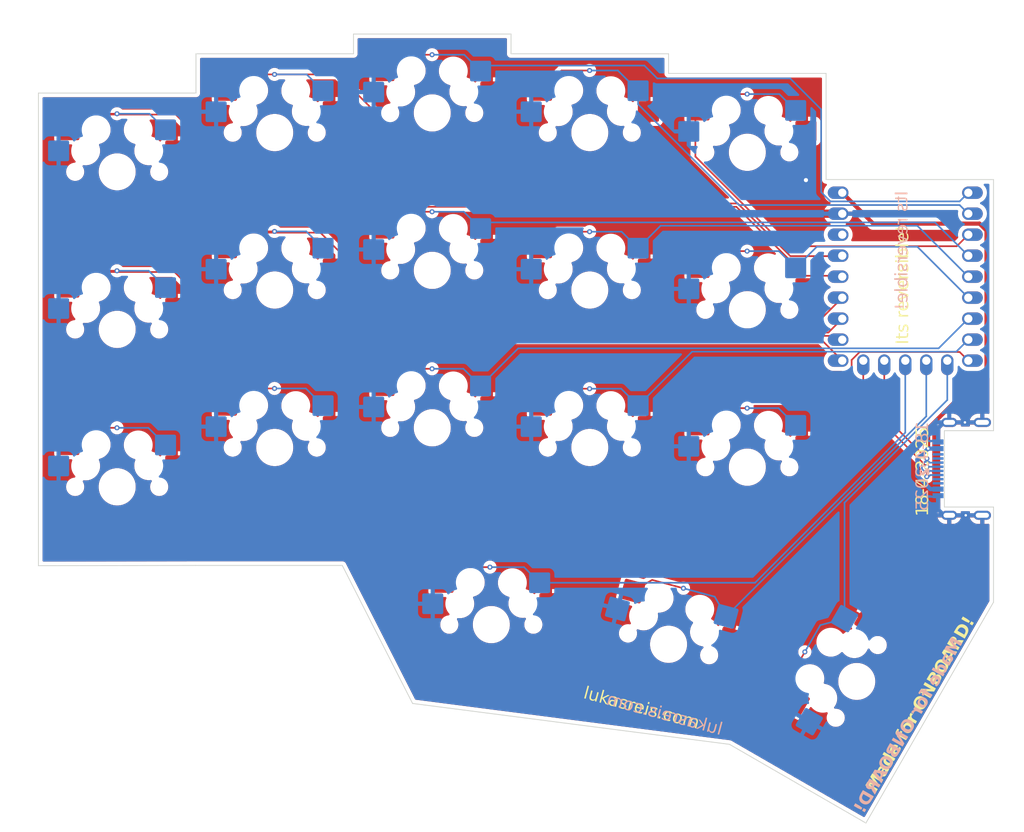
<source format=kicad_pcb>
(kicad_pcb (version 20241229) (generator "pcbnew") (generator_version "9.0")
  (title_block (title "Split Keyboard") (date "2025-03-27") (rev "1"))
  (layers (0 "F.Cu" signal) (2 "B.Cu" signal) (13 "F.Paste" user) (15 "B.Paste" user) (5 "F.SilkS" user "F.Silkscreen") (7 "B.SilkS" user "B.Silkscreen") (1 "F.Mask" user) (3 "B.Mask" user) (25 "Edge.Cuts" user))
  (net 0 "")
  (net 1 "+5V")
  (net 2 "GND")
  (net 5 "/key 1")
  (net 6 "/key 2")
  (net 7 "/key 3")
  (net 8 "/key 4")
  (net 9 "/key 5")
  (net 10 "/key 6")
  (net 11 "/key 7")
  (net 12 "/key 8")
  (net 13 "/key 9")
  (net 14 "/key 10")
  (net 15 "/key 11")
  (net 16 "/key 12")
  (net 17 "/key 13")
  (net 18 "/key 14")
  (net 19 "/key 15")
  (net 20 "/key 16")
  (net 21 "/key 17")
  (net 22 "/key 18")
  (net 26 "/Left{slash}TX")
  (net 27 "/Left{slash}RX")
  (footprint "MX_Hotswap:MX-Hotswap-1U" (layer "F.Cu") (at 152.858705 131.888621)
    (property "Reference" "SW16-2")
    (property "Value" "SW_Push_45deg")
  )
  (footprint "MX_Hotswap:MX-Hotswap-1U" (layer "F.Cu") (at 107.614953 77.119869)
    (property "Reference" "SW1-2")
    (property "Value" "SW_Push_45deg")
  )
  (footprint "MX_Hotswap:MX-Hotswap-1U" (layer "F.Cu") (at 145.714953 69.976119)
    (property "Reference" "SW3-2")
    (property "Value" "SW_Push_45deg")
  )
  (footprint "MX_Hotswap:MX-Hotswap-1U" (layer "F.Cu") (at 183.81495 112.838624)
    (property "Reference" "SW15-2")
    (property "Value" "SW_Push_45deg")
  )
  (footprint "MX_Hotswap:MX-Hotswap-1U" (layer "F.Cu") (at 164.764946 110.457374)
    (property "Reference" "SW14-2")
    (property "Value" "SW_Push_45deg")
  )
  (footprint "MX_Hotswap:MX-Hotswap-1U" (layer "F.Cu") (at 107.614952 96.169875)
    (property "Reference" "SW6-2")
    (property "Value" "SW_Push_45deg")
  )
  (footprint "MX_Hotswap:MX-Hotswap-1U" (layer "F.Cu") (at 183.814944 93.788621)
    (property "Reference" "SW10-2")
    (property "Value" "SW_Push_45deg")
  )
  (footprint "MX_Hotswap:MX-Hotswap-1U" (layer "F.Cu") (at 126.664946 72.357363)
    (property "Reference" "SW2-2")
    (property "Value" "SW_Push_45deg")
  )
  (footprint "MX_Hotswap:MX-Hotswap-1U" (layer "F.Cu") (at 174.289944 134.269869 -15)
    (property "Reference" "SW17-2")
    (property "Value" "SW_Push_45deg")
  )
  (footprint "MX_Hotswap:MX-Hotswap-1U" (layer "F.Cu") (at 164.764945 72.357374)
    (property "Reference" "SW4-2")
    (property "Value" "SW_Push_45deg")
  )
  (footprint "MX_Hotswap:MX-Hotswap-1U" (layer "F.Cu") (at 126.664938 91.407376)
    (property "Reference" "SW7-2")
    (property "Value" "SW_Push_45deg")
  )
  (footprint "MX_Hotswap:MX-Hotswap-1U" (layer "F.Cu") (at 107.614949 115.219872)
    (property "Reference" "SW11-2")
    (property "Value" "SW_Push_45deg")
  )
  (footprint "ScottoKeebs_MCU:RP2040_Zero" (layer "F.Cu") (at 202.914349 89.807313)
    (property "Reference" "U1" (hide yes))
    (property "Value" "RP2040_Zero" (hide yes))
  )
  (footprint "MX_Hotswap:MX-Hotswap-1U" (layer "F.Cu") (at 145.714943 89.026122)
    (property "Reference" "SW8-2")
    (property "Value" "SW_Push_45deg")
  )
  (footprint "MX_Hotswap:MX-Hotswap-1.5U" (layer "F.Cu") (at 197.046747 138.780418 60)
    (property "Reference" "SW18-2")
    (property "Value" "SW_Push_45deg")
  )
  (footprint "MX_Hotswap:MX-Hotswap-1U" (layer "F.Cu") (at 183.814949 74.738623)
    (property "Reference" "SW5-2")
    (property "Value" "SW_Push_45deg")
  )
  (footprint "MX_Hotswap:MX-Hotswap-1U" (layer "F.Cu") (at 126.664947 110.457365)
    (property "Reference" "SW12-2")
    (property "Value" "SW_Push_45deg")
  )
  (footprint "MX_Hotswap:MX-Hotswap-1U" (layer "F.Cu") (at 164.764946 91.407366)
    (property "Reference" "SW9-2")
    (property "Value" "SW_Push_45deg")
  )
  (footprint "MX_Hotswap:MX-Hotswap-1U" (layer "F.Cu") (at 145.714938 108.076116)
    (property "Reference" "SW13-2")
    (property "Value" "SW_Push_45deg")
  )
  (footprint "MX_Hotswap:MX-Hotswap-1U" (layer "B.Cu") (at 107.614953 77.119869 180)
    (property "Reference" "SW1")
    (property "Value" "SW_Push_45deg")
  )
  (footprint "MX_Hotswap:MX-Hotswap-1U" (layer "B.Cu") (at 107.614951 96.20112 180)
    (property "Reference" "SW6")
    (property "Value" "SW_Push_45deg")
  )
  (footprint "MX_Hotswap:MX-Hotswap-1U" (layer "B.Cu") (at 126.664942 91.438616 180)
    (property "Reference" "SW7")
    (property "Value" "SW_Push_45deg")
  )
  (footprint "MX_Hotswap:MX-Hotswap-1U" (layer "B.Cu") (at 183.814953 74.76982 180)
    (property "Reference" "SW5")
    (property "Value" "SW_Push_45deg")
  )
  (footprint "MX_Hotswap:MX-Hotswap-1U" (layer "B.Cu") (at 164.76495 91.438614 180)
    (property "Reference" "SW9")
    (property "Value" "SW_Push_45deg")
  )
  (footprint "MX_Hotswap:MX-Hotswap-1U" (layer "B.Cu") (at 164.764947 72.388625 180)
    (property "Reference" "SW4")
    (property "Value" "SW_Push_45deg")
  )
  (footprint "MX_Hotswap:MX-Hotswap-1U" (layer "B.Cu") (at 145.714952 70.007321 180)
    (property "Reference" "SW3")
    (property "Value" "SW_Push_45deg")
  )
  (footprint "MX_Hotswap:MX-Hotswap-1U" (layer "B.Cu") (at 107.614949 115.251128 180)
    (property "Reference" "SW11")
    (property "Value" "SW_Push_45deg")
  )
  (footprint "MX_Hotswap:MX-Hotswap-1U" (layer "B.Cu") (at 152.858645 131.919815 180)
    (property "Reference" "SW16")
    (property "Value" "SW_Push_45deg")
  )
  (footprint "MX_Hotswap:MX-Hotswap-1U" (layer "B.Cu") (at 126.664945 110.488625 180)
    (property "Reference" "SW12")
    (property "Value" "SW_Push_45deg")
  )
  (footprint "MX_Hotswap:MX-Hotswap-1U" (layer "B.Cu") (at 126.664944 72.388619 180)
    (property "Reference" "SW2")
    (property "Value" "SW_Push_45deg")
  )
  (footprint "kbd:TYPE-C-31-M-13C" (layer "B.Cu") (at 212.231144 113.057316 -90)
    (property "Reference" "J2")
    (property "Value" "USB-C Left" (hide yes))
  )
  (footprint "MX_Hotswap:MX-Hotswap-1.5U" (layer "B.Cu") (at 197.046747 138.780418 -120)
    (property "Reference" "SW18")
    (property "Value" "SW_Push_45deg")
  )
  (footprint "MX_Hotswap:MX-Hotswap-1U" (layer "B.Cu") (at 174.289948 134.301119 165)
    (property "Reference" "SW17")
    (property "Value" "SW_Push_45deg")
  )
  (footprint "MX_Hotswap:MX-Hotswap-1U" (layer "B.Cu") (at 183.814948 93.819815 180)
    (property "Reference" "SW10")
    (property "Value" "SW_Push_45deg")
  )
  (footprint "MX_Hotswap:MX-Hotswap-1U" (layer "B.Cu") (at 183.81495 112.869819 180)
    (property "Reference" "SW15")
    (property "Value" "SW_Push_45deg")
  )
  (footprint "MX_Hotswap:MX-Hotswap-1U" (layer "B.Cu") (at 145.714945 108.107318 180)
    (property "Reference" "SW13")
    (property "Value" "SW_Push_45deg")
  )
  (footprint "MX_Hotswap:MX-Hotswap-1U" (layer "B.Cu") (at 145.714944 89.057323 180)
    (property "Reference" "SW8")
    (property "Value" "SW_Push_45deg" (hide yes))
  )
  (footprint "MX_Hotswap:MX-Hotswap-1U" (layer "B.Cu") (at 164.764956 110.488626 180)
    (property "Reference" "SW14")
    (property "Value" "SW_Push_45deg")
  )
  (gr_line (start 98.089951 67.594868) (end 98.089945 124.776093) (stroke (width 0.1)) (layer "Edge.Cuts"))
  (gr_line (start 155.239939 60.451114) (end 155.239931 62.832367) (stroke (width 0.1)) (layer "Edge.Cuts"))
  (gr_line (start 181.654078 146.391295) (end 198.151857 155.916297) (stroke (width 0.1)) (layer "Edge.Cuts"))
  (gr_line (start 117.139972 67.594872) (end 117.139951 62.832376) (stroke (width 0.1)) (layer "Edge.Cuts"))
  (gr_line (start 212.439364 131.16962) (end 198.151857 155.916297) (stroke (width 0.1)) (layer "Edge.Cuts"))
  (gr_line (start 174.289944 62.832366) (end 174.289926 65.213617) (stroke (width 0.1)) (layer "Edge.Cuts"))
  (gr_line (start 212.439364 131.16962) (end 213.583612 129.187728) (stroke (width 0.1)) (layer "Edge.Cuts"))
  (gr_line (start 117.089929 124.744877) (end 134.833674 124.744868) (stroke (width 0.1)) (layer "Edge.Cuts"))
  (gr_line (start 136.18992 62.832367) (end 136.18993 60.451119) (stroke (width 0.1)) (layer "Edge.Cuts"))
  (gr_line (start 98.089945 124.776093) (end 117.089929 124.744877) (stroke (width 0.1)) (layer "Edge.Cuts"))
  (gr_line (start 213.583604 78.057336) (end 193.339922 78.057343) (stroke (width 0.1)) (layer "Edge.Cuts"))
  (gr_line (start 213.583595 108.437344) (end 207.641098 108.437345) (stroke (width 0.1)) (layer "Edge.Cuts"))
  (gr_line (start 117.139951 62.832376) (end 136.18992 62.832367) (stroke (width 0.1)) (layer "Edge.Cuts"))
  (gr_line (start 213.583604 78.057336) (end 213.583595 108.437344) (stroke (width 0.1)) (layer "Edge.Cuts"))
  (gr_line (start 213.5836 117.677342) (end 213.583612 129.187728) (stroke (width 0.1)) (layer "Edge.Cuts"))
  (gr_line (start 143.333679 141.444835) (end 181.654078 146.391295) (stroke (width 0.1)) (layer "Edge.Cuts"))
  (gr_line (start 193.339927 65.213615) (end 193.339922 78.057343) (stroke (width 0.1)) (layer "Edge.Cuts"))
  (gr_line (start 155.239931 62.832367) (end 174.289935 62.832369) (stroke (width 0.1)) (layer "Edge.Cuts"))
  (gr_line (start 174.289926 65.213617) (end 193.339927 65.213615) (stroke (width 0.1)) (layer "Edge.Cuts"))
  (gr_line (start 134.833674 124.744868) (end 143.333679 141.444835) (stroke (width 0.1)) (layer "Edge.Cuts"))
  (gr_line (start 207.641098 108.437345) (end 207.641103 117.677347) (stroke (width 0.1)) (layer "Edge.Cuts"))
  (gr_line (start 98.089925 67.594867) (end 117.139953 67.594873) (stroke (width 0.1)) (layer "Edge.Cuts"))
  (gr_line (start 136.18993 60.451119) (end 155.239939 60.451114) (stroke (width 0.1)) (layer "Edge.Cuts"))
  (gr_line (start 207.641103 117.677347) (end 213.5836 117.677342) (stroke (width 0.1)) (layer "Edge.Cuts"))
  (gr_text "Its reversible!" (at 203.525675 98.021924 90) (layer "F.SilkS") (effects (font (size 1.5 1.5) (thickness 0.1)) (justify left bottom)))
  (gr_text "lukasreis.com" (at 163.825675 141.021924 345) (layer "F.SilkS") (effects (font (size 1.5 1.5) (thickness 0.1)) (justify left bottom)))
  (gr_text "18-4-2025" (at 205.925675 118.821924 90) (layer "F.SilkS") (effects (font (size 1.5 1.5) (thickness 0.1)) (justify left bottom)))
  (gr_text "Made for ONBOARD!" (at 199.525675 152.421924 60) (layer "F.SilkS") (effects (font (size 1.5 1.5) (thickness 0.3) (bold yes)) (justify left bottom)))
  (gr_text "Its reversible!" (at 203.425675 79.421924 90) (layer "B.SilkS") (effects (font (size 1.5 1.5) (thickness 0.1)) (justify left bottom mirror)))
  (gr_text "Made for ONBOARD!" (at 210.125675 134.121924 60) (layer "B.SilkS") (effects (font (size 1.5 1.5) (thickness 0.3) (bold yes)) (justify left bottom mirror)))
  (gr_text "18-4-2025" (at 205.925675 107.321924 90) (layer "B.SilkS") (effects (font (size 1.5 1.5) (thickness 0.1)) (justify left bottom mirror)))
  (gr_text "lukasreis.com" (at 180.525675 145.521924 345) (layer "B.SilkS") (effects (font (size 1.5 1.5) (thickness 0.1)) (justify left bottom mirror)))
  (segment (start 199.035356 83.388316) (end 211.89381 83.388316) (width 0.5) (layer "F.Cu") (net 1))
  (segment (start 205.678201 108.174632) (end 205.678201 110.607323) (width 0.5) (layer "F.Cu") (net 1))
  (segment (start 211.89381 83.388316) (end 212.735349 84.229855) (width 0.5) (layer "F.Cu") (net 1))
  (segment (start 212.735349 84.229855) (end 212.735349 101.117484) (width 0.5) (layer "F.Cu") (net 1))
  (segment (start 212.735349 101.117484) (end 205.678201 108.174632) (width 0.5) (layer "F.Cu") (net 1))
  (segment (start 195.294357 79.647317) (end 199.035356 83.388316) (width 0.5) (layer "F.Cu") (net 1))
  (via (at 205.678201 110.607323) (size 0.6) (drill 0.3) (layers "F.Cu" "B.Cu") (net 1))
  (segment (start 204.373675 111.911849) (end 204.373675 113.931158) (width 0.5) (layer "B.Cu") (net 1))
  (segment (start 204.373675 113.931158) (end 205.949837 115.50732) (width 0.5) (layer "B.Cu") (net 1))
  (segment (start 205.678201 110.607323) (end 204.373675 111.911849) (width 0.5) (layer "B.Cu") (net 1))
  (segment (start 206.881144 110.607323) (end 205.678201 110.607323) (width 0.5) (layer "B.Cu") (net 1))
  (segment (start 205.949837 115.50732) (end 206.88114 115.50732) (width 0.5) (layer "B.Cu") (net 1))
  (segment (start 210.125675 107.437318) (end 212.231142 107.437318) (width 0.5) (layer "F.Cu") (net 2))
  (segment (start 192.891063 82.187312) (end 190.899952 80.196201) (width 1) (layer "F.Cu") (net 2))
  (segment (start 190.899952 80.196201) (end 190.899952 78.121924) (width 1) (layer "F.Cu") (net 2))
  (segment (start 212.231142 107.437318) (end 212.231144 107.437316) (width 0.5) (layer "F.Cu") (net 2))
  (segment (start 207.579051 107.437318) (end 206.429201 108.587168) (width 0.5) (layer "F.Cu") (net 2))
  (segment (start 206.429201 123.334971) (end 198.389547 131.374625) (width 0.5) (layer "F.Cu") (net 2))
  (segment (start 208.231143 107.437318) (end 210.125675 107.437318) (width 0.5) (layer "F.Cu") (net 2))
  (segment (start 206.673811 118.677314) (end 206.429201 118.921924) (width 0.5) (layer "F.Cu") (net 2))
  (segment (start 208.231146 118.677314) (end 210.225675 118.677314) (width 0.5) (layer "F.Cu") (net 2))
  (segment (start 206.429201 108.587168) (end 206.429201 118.921924) (width 0.5) (layer "F.Cu") (net 2))
  (segment (start 195.294352 82.187312) (end 192.891063 82.187312) (width 1) (layer "F.Cu") (net 2))
  (segment (start 190.899952 78.121924) (end 190.899952 72.19863) (width 1) (layer "F.Cu") (net 2))
  (segment (start 208.231143 107.437318) (end 207.579051 107.437318) (width 0.5) (layer "F.Cu") (net 2))
  (segment (start 210.225675 118.677314) (end 212.231142 118.677314) (width 0.5) (layer "F.Cu") (net 2))
  (segment (start 212.231142 118.677314) (end 212.231144 118.677316) (width 0.5) (layer "F.Cu") (net 2))
  (segment (start 206.429201 118.921924) (end 206.429201 123.334971) (width 0.5) (layer "F.Cu") (net 2))
  (segment (start 208.231146 118.677314) (end 206.673811 118.677314) (width 0.5) (layer "F.Cu") (net 2))
  (via (at 210.125675 107.437318) (size 0.6) (drill 0.3) (layers "F.Cu" "B.Cu") (net 2))
  (via (at 190.899952 78.121924) (size 1) (drill 0.5) (layers "F.Cu" "B.Cu") (net 2))
  (via (at 210.225675 118.677314) (size 0.6) (drill 0.3) (layers "F.Cu" "B.Cu") (net 2))
  (segment (start 206.881143 117.979461) (end 207.578996 118.677314) (width 0.5) (layer "B.Cu") (net 2))
  (segment (start 206.881143 116.307319) (end 206.881143 117.979461) (width 0.5) (layer "B.Cu") (net 2))
  (segment (start 206.881141 109.80731) (end 206.881141 108.135228) (width 0.5) (layer "B.Cu") (net 2))
  (segment (start 206.881141 108.135228) (end 207.579051 107.437318) (width 0.5) (layer "B.Cu") (net 2))
  (segment (start 207.579051 107.437318) (end 208.231143 107.437318) (width 0.5) (layer "B.Cu") (net 2))
  (segment (start 207.578996 118.677314) (end 208.231146 118.677314) (width 0.5) (layer "B.Cu") (net 2))
  (segment (start 182.481301 81.350112) (end 190.828817 89.697628) (width 0.2) (layer "F.Cu") (net 5))
  (segment (start 103.717945 70.094874) (end 107.589927 70.09487) (width 0.2) (layer "F.Cu") (net 5))
  (segment (start 190.828817 89.697628) (end 195.184648 89.697628) (width 0.2) (layer "F.Cu") (net 5))
  (segment (start 125.853863 81.350112) (end 182.481301 81.350112) (width 0.2) (layer "F.Cu") (net 5))
  (segment (start 101.772953 72.039869) (end 103.623957 70.188865) (width 0.2) (layer "F.Cu") (net 5))
  (segment (start 101.772945 72.039867) (end 103.717945 70.094874) (width 0.2) (layer "F.Cu") (net 5))
  (segment (start 114.692616 70.188865) (end 125.853863 81.350112) (width 0.2) (layer "F.Cu") (net 5))
  (segment (start 195.184648 89.697628) (end 195.294336 89.807316) (width 0.2) (layer "F.Cu") (net 5))
  (segment (start 103.623957 70.188865) (end 114.692616 70.188865) (width 0.2) (layer "F.Cu") (net 5))
  (via (at 107.589927 70.09487) (size 0.6) (drill 0.3) (layers "F.Cu" "B.Cu") (net 5))
  (segment (start 111.511956 70.094867) (end 113.456945 72.039869) (width 0.2) (layer "B.Cu") (net 5))
  (segment (start 107.589927 70.09487) (end 111.511956 70.094867) (width 0.2) (layer "B.Cu") (net 5))
  (segment (start 120.822946 67.277363) (end 122.67395 65.426359) (width 0.2) (layer "F.Cu") (net 6))
  (segment (start 195.239739 87.321924) (end 189.020213 87.321924) (width 0.2) (layer "F.Cu") (net 6))
  (segment (start 120.822945 67.277368) (end 122.767948 65.332373) (width 0.2) (layer "F.Cu") (net 6))
  (segment (start 134.260265 65.332378) (end 126.639949 65.332378) (width 0.2) (layer "F.Cu") (net 6))
  (segment (start 182.647401 80.949112) (end 149.876999 80.949112) (width 0.2) (layer "F.Cu") (net 6))
  (segment (start 195.294349 87.267314) (end 195.239739 87.321924) (width 0.2) (layer "F.Cu") (net 6))
  (segment (start 149.876999 80.949112) (end 134.260265 65.332378) (width 0.2) (layer "F.Cu") (net 6))
  (segment (start 122.767948 65.332373) (end 126.639949 65.332378) (width 0.2) (layer "F.Cu") (net 6))
  (segment (start 189.020213 87.321924) (end 182.647401 80.949112) (width 0.2) (layer "F.Cu") (net 6))
  (via (at 126.639949 65.332378) (size 0.6) (drill 0.3) (layers "F.Cu" "B.Cu") (net 6))
  (segment (start 126.639949 65.332378) (end 130.530707 65.33237) (width 0.2) (layer "B.Cu") (net 6))
  (segment (start 130.530707 65.33237) (end 132.506949 67.308619) (width 0.2) (layer "B.Cu") (net 6))
  (segment (start 141.817953 62.951123) (end 145.689943 62.951118) (width 0.2) (layer "F.Cu") (net 7))
  (segment (start 139.872945 64.896118) (end 141.817953 62.951123) (width 0.2) (layer "F.Cu") (net 7))
  (via (at 145.689943 62.951118) (size 0.6) (drill 0.3) (layers "F.Cu" "B.Cu") (net 7))
  (segment (start 172.91837 65.814619) (end 188.99187 65.814619) (width 0.2) (layer "B.Cu") (net 7))
  (segment (start 192.738925 69.561674) (end 192.738925 79.578223) (width 0.2) (layer "B.Cu") (net 7))
  (segment (start 192.738925 79.578223) (end 193.859019 80.698317) (width 0.2) (layer "B.Cu") (net 7))
  (segment (start 209.483348 80.698317) (end 210.534346 79.647319) (width 0.2) (layer "B.Cu") (net 7))
  (segment (start 145.689943 62.951118) (end 149.580752 62.951114) (width 0.2) (layer "B.Cu") (net 7))
  (segment (start 188.99187 65.814619) (end 192.738925 69.561674) (width 0.2) (layer "B.Cu") (net 7))
  (segment (start 171.366374 64.262623) (end 172.91837 65.814619) (width 0.2) (layer "B.Cu") (net 7))
  (segment (start 152.22165 64.262623) (end 171.366374 64.262623) (width 0.2) (layer "B.Cu") (net 7))
  (segment (start 151.556952 64.927321) (end 152.22165 64.262623) (width 0.2) (layer "B.Cu") (net 7))
  (segment (start 149.580752 62.951114) (end 151.556946 64.927325) (width 0.2) (layer "B.Cu") (net 7))
  (segment (start 193.859019 80.698317) (end 209.483348 80.698317) (width 0.2) (layer "B.Cu") (net 7))
  (segment (start 161.336697 64.863624) (end 164.739938 64.863623) (width 0.2) (layer "F.Cu") (net 8))
  (segment (start 158.922943 67.277368) (end 161.336697 64.863624) (width 0.2) (layer "F.Cu") (net 8))
  (via (at 164.739938 64.863623) (size 0.6) (drill 0.3) (layers "F.Cu" "B.Cu") (net 8))
  (segment (start 182.797368 81.136312) (end 209.483346 81.136312) (width 0.2) (layer "B.Cu") (net 8))
  (segment (start 170.606947 68.945891) (end 182.797368 81.136312) (width 0.2) (layer "B.Cu") (net 8))
  (segment (start 170.606947 67.308625) (end 170.606947 68.945891) (width 0.2) (layer "B.Cu") (net 8))
  (segment (start 164.739938 64.863623) (end 168.161947 64.863616) (width 0.2) (layer "B.Cu") (net 8))
  (segment (start 168.161947 64.863616) (end 170.606941 67.30862) (width 0.2) (layer "B.Cu") (net 8))
  (segment (start 209.483346 81.136312) (end 210.53435 82.187316) (width 0.2) (layer "B.Cu") (net 8))
  (segment (start 177.972949 69.658629) (end 179.917943 67.713619) (width 0.2) (layer "F.Cu") (net 9))
  (segment (start 177.533047 75.267658) (end 188.387313 86.121924) (width 0.2) (layer "F.Cu") (net 9))
  (segment (start 179.917943 67.713619) (end 183.789951 67.713614) (width 0.2) (layer "F.Cu") (net 9))
  (segment (start 177.972949 69.658623) (end 177.533047 70.098525) (width 0.2) (layer "F.Cu") (net 9))
  (segment (start 209.139752 86.121924) (end 210.53435 84.727326) (width 0.2) (layer "F.Cu") (net 9))
  (segment (start 177.533047 70.098525) (end 177.533047 75.267658) (width 0.2) (layer "F.Cu") (net 9))
  (segment (start 188.387313 86.121924) (end 209.139752 86.121924) (width 0.2) (layer "F.Cu") (net 9))
  (via (at 183.789951 67.713614) (size 0.6) (drill 0.3) (layers "F.Cu" "B.Cu") (net 9))
  (segment (start 187.680751 67.713622) (end 189.656948 69.689816) (width 0.2) (layer "B.Cu") (net 9))
  (segment (start 183.789951 67.713614) (end 187.680751 67.713622) (width 0.2) (layer "B.Cu") (net 9))
  (segment (start 101.772948 91.089868) (end 103.767951 89.094874) (width 0.2) (layer "F.Cu") (net 10))
  (segment (start 114.542622 89.238871) (end 121.869466 96.565715) (width 0.2) (layer "F.Cu") (net 10))
  (segment (start 121.869466 96.565715) (end 193.615933 96.565715) (width 0.2) (layer "F.Cu") (net 10))
  (segment (start 101.772952 91.089875) (end 103.623956 89.238871) (width 0.2) (layer "F.Cu") (net 10))
  (segment (start 193.615933 96.565715) (end 195.294348 94.8873) (width 0.2) (layer "F.Cu") (net 10))
  (segment (start 103.767951 89.094874) (end 107.589932 89.094868) (width 0.2) (layer "F.Cu") (net 10))
  (segment (start 103.623956 89.238871) (end 114.542622 89.238871) (width 0.2) (layer "F.Cu") (net 10))
  (via (at 107.589932 89.094868) (size 0.6) (drill 0.3) (layers "F.Cu" "B.Cu") (net 10))
  (segment (start 111.4307 89.094868) (end 113.456941 91.121119) (width 0.2) (layer "B.Cu") (net 10))
  (segment (start 107.589932 89.094868) (end 111.4307 89.094868) (width 0.2) (layer "B.Cu") (net 10))
  (segment (start 135.020134 87.316383) (end 135.038005 87.316383) (width 0.2) (layer "F.Cu") (net 11))
  (segment (start 191.476946 96.164715) (end 195.294349 92.347312) (width 0.2) (layer "F.Cu") (net 11))
  (segment (start 132.180123 84.476372) (end 135.020134 87.316383) (width 0.2) (layer "F.Cu") (net 11))
  (segment (start 135.325941 87.604319) (end 135.325941 87.62219) (width 0.2) (layer "F.Cu") (net 11))
  (segment (start 120.822946 86.327374) (end 122.817953 84.332368) (width 0.2) (layer "F.Cu") (net 11))
  (segment (start 122.817953 84.332368) (end 126.639941 84.332364) (width 0.2) (layer "F.Cu") (net 11))
  (segment (start 135.325941 87.62219) (end 143.868466 96.164715) (width 0.2) (layer "F.Cu") (net 11))
  (segment (start 120.822938 86.327376) (end 122.673942 84.476372) (width 0.2) (layer "F.Cu") (net 11))
  (segment (start 143.868466 96.164715) (end 191.476946 96.164715) (width 0.2) (layer "F.Cu") (net 11))
  (segment (start 122.673942 84.476372) (end 132.180123 84.476372) (width 0.2) (layer "F.Cu") (net 11))
  (segment (start 135.038005 87.316383) (end 135.325941 87.604319) (width 0.2) (layer "F.Cu") (net 11))
  (via (at 126.639941 84.332364) (size 0.6) (drill 0.3) (layers "F.Cu" "B.Cu") (net 11))
  (segment (start 126.639941 84.332364) (end 130.480688 84.332363) (width 0.2) (layer "B.Cu") (net 11))
  (segment (start 130.480688 84.332363) (end 132.50695 86.358617) (width 0.2) (layer "B.Cu") (net 11))
  (segment (start 141.867949 81.951113) (end 145.689944 81.951112) (width 0.2) (layer "F.Cu") (net 12))
  (segment (start 139.872947 83.946118) (end 141.867949 81.951113) (width 0.2) (layer "F.Cu") (net 12))
  (via (at 145.689944 81.951112) (size 0.6) (drill 0.3) (layers "F.Cu" "B.Cu") (net 12))
  (segment (start 151.556944 83.977323) (end 152.292343 83.241924) (width 0.2) (layer "B.Cu") (net 12))
  (segment (start 206.508959 83.241924) (end 210.534349 87.267314) (width 0.2) (layer "B.Cu") (net 12))
  (segment (start 152.292343 83.241924) (end 206.508959 83.241924) (width 0.2) (layer "B.Cu") (net 12))
  (segment (start 145.689944 81.951112) (end 149.53075 81.951117) (width 0.2) (layer "B.Cu") (net 12))
  (segment (start 149.53075 81.951117) (end 151.556947 83.977318) (width 0.2) (layer "B.Cu") (net 12))
  (segment (start 160.886697 84.363623) (end 164.73995 84.36362) (width 0.2) (layer "F.Cu") (net 13))
  (segment (start 158.922948 86.327367) (end 160.886697 84.363623) (width 0.2) (layer "F.Cu") (net 13))
  (via (at 164.73995 84.36362) (size 0.6) (drill 0.3) (layers "F.Cu" "B.Cu") (net 13))
  (segment (start 164.73995 84.36362) (end 168.611956 84.363621) (width 0.2) (layer "B.Cu") (net 13))
  (segment (start 173.32264 83.642924) (end 204.369976 83.642924) (width 0.2) (layer "B.Cu") (net 13))
  (segment (start 204.369976 83.642924) (end 210.534362 89.80731) (width 0.2) (layer "B.Cu") (net 13))
  (segment (start 168.611956 84.363621) (end 170.606947 86.358623) (width 0.2) (layer "B.Cu") (net 13))
  (segment (start 170.60695 86.358614) (end 173.32264 83.642924) (width 0.2) (layer "B.Cu") (net 13))
  (segment (start 177.972941 88.708617) (end 179.967948 86.713617) (width 0.2) (layer "F.Cu") (net 14))
  (segment (start 179.967948 86.713617) (end 183.789941 86.713612) (width 0.2) (layer "F.Cu") (net 14))
  (via (at 183.789941 86.713612) (size 0.6) (drill 0.3) (layers "F.Cu" "B.Cu") (net 14))
  (segment (start 187.630755 86.713625) (end 189.656948 88.739815) (width 0.2) (layer "B.Cu") (net 14))
  (segment (start 192.209152 86.187611) (end 204.374648 86.187611) (width 0.2) (layer "B.Cu") (net 14))
  (segment (start 204.374648 86.187611) (end 210.534349 92.347312) (width 0.2) (layer "B.Cu") (net 14))
  (segment (start 189.656948 88.739815) (end 192.209152 86.187611) (width 0.2) (layer "B.Cu") (net 14))
  (segment (start 183.789941 86.713612) (end 187.630755 86.713625) (width 0.2) (layer "B.Cu") (net 14))
  (segment (start 103.817944 108.094869) (end 107.589929 108.094873) (width 0.2) (layer "F.Cu") (net 15))
  (segment (start 101.772944 110.139869) (end 103.817944 108.094869) (width 0.2) (layer "F.Cu") (net 15))
  (segment (start 194.833753 96.966715) (end 195.294348 97.42731) (width 0.2) (layer "F.Cu") (net 15))
  (segment (start 101.772949 110.139872) (end 114.946106 96.966715) (width 0.2) (layer "F.Cu") (net 15))
  (segment (start 114.946106 96.966715) (end 194.833753 96.966715) (width 0.2) (layer "F.Cu") (net 15))
  (via (at 107.589929 108.094873) (size 0.6) (drill 0.3) (layers "F.Cu" "B.Cu") (net 15))
  (segment (start 111.380698 108.094874) (end 113.456938 110.171114) (width 0.2) (layer "B.Cu") (net 15))
  (segment (start 107.589929 108.094873) (end 111.380698 108.094874) (width 0.2) (layer "B.Cu") (net 15))
  (segment (start 120.822945 105.377366) (end 122.867952 103.332371) (width 0.2) (layer "F.Cu") (net 16))
  (segment (start 127.582597 97.367715) (end 192.69476 97.367715) (width 0.2) (layer "F.Cu") (net 16))
  (segment (start 192.69476 97.367715) (end 195.294352 99.967307) (width 0.2) (layer "F.Cu") (net 16))
  (segment (start 120.822947 105.377365) (end 120.822947 104.127365) (width 0.2) (layer "F.Cu") (net 16))
  (segment (start 120.822947 104.127365) (end 127.582597 97.367715) (width 0.2) (layer "F.Cu") (net 16))
  (segment (start 122.867952 103.332371) (end 126.639948 103.332365) (width 0.2) (layer "F.Cu") (net 16))
  (via (at 126.639948 103.332365) (size 0.6) (drill 0.3) (layers "F.Cu" "B.Cu") (net 16))
  (segment (start 130.430693 103.332376) (end 132.506949 105.408626) (width 0.2) (layer "B.Cu") (net 16))
  (segment (start 126.639948 103.332365) (end 130.430693 103.332376) (width 0.2) (layer "B.Cu") (net 16))
  (segment (start 139.872943 102.996124) (end 141.917952 100.951124) (width 0.2) (layer "F.Cu") (net 17))
  (segment (start 141.917952 100.951124) (end 145.689945 100.95112) (width 0.2) (layer "F.Cu") (net 17))
  (via (at 145.689945 100.95112) (size 0.6) (drill 0.3) (layers "F.Cu" "B.Cu") (net 17))
  (segment (start 206.943357 98.47831) (end 210.534348 94.887319) (width 0.2) (layer "B.Cu") (net 17))
  (segment (start 156.105953 98.47831) (end 206.943357 98.47831) (width 0.2) (layer "B.Cu") (net 17))
  (segment (start 149.480749 100.951123) (end 151.556945 103.027316) (width 0.2) (layer "B.Cu") (net 17))
  (segment (start 151.556945 103.027318) (end 156.105953 98.47831) (width 0.2) (layer "B.Cu") (net 17))
  (segment (start 145.689945 100.95112) (end 149.480749 100.951123) (width 0.2) (layer "B.Cu") (net 17))
  (segment (start 160.936697 103.363622) (end 164.739945 103.363617) (width 0.2) (layer "F.Cu") (net 18))
  (segment (start 158.922946 105.377371) (end 160.936697 103.363622) (width 0.2) (layer "F.Cu") (net 18))
  (via (at 164.739945 103.363617) (size 0.6) (drill 0.3) (layers "F.Cu" "B.Cu") (net 18))
  (segment (start 170.606956 105.408626) (end 177.136272 98.87931) (width 0.2) (layer "B.Cu") (net 18))
  (segment (start 209.08235 98.87931) (end 210.534346 97.427314) (width 0.2) (layer "B.Cu") (net 18))
  (segment (start 164.739945 103.363617) (end 168.561948 103.363621) (width 0.2) (layer "B.Cu") (net 18))
  (segment (start 168.561948 103.363621) (end 170.606941 105.408623) (width 0.2) (layer "B.Cu") (net 18))
  (segment (start 177.136272 98.87931) (end 209.08235 98.87931) (width 0.2) (layer "B.Cu") (net 18))
  (segment (start 192.825675 104.721924) (end 181.009647 104.721924) (width 0.2) (layer "F.Cu") (net 19))
  (segment (start 181.009647 104.721924) (end 177.97295 107.758621) (width 0.2) (layer "F.Cu") (net 19))
  (segment (start 177.97294 107.75862) (end 180.017954 105.713621) (width 0.2) (layer "F.Cu") (net 19))
  (segment (start 196.425675 101.121924) (end 192.825675 104.721924) (width 0.2) (layer "F.Cu") (net 19))
  (segment (start 180.017954 105.713621) (end 183.789948 105.713618) (width 0.2) (layer "F.Cu") (net 19))
  (segment (start 210.534341 99.967309) (end 209.483346 98.916314) (width 0.2) (layer "F.Cu") (net 19))
  (segment (start 197.399013 98.916314) (end 196.425675 99.889652) (width 0.2) (layer "F.Cu") (net 19))
  (segment (start 177.97295 107.758621) (end 177.97295 107.758624) (width 0.2) (layer "F.Cu") (net 19))
  (segment (start 209.483346 98.916314) (end 197.399013 98.916314) (width 0.2) (layer "F.Cu") (net 19))
  (segment (start 196.425675 99.889652) (end 196.425675 101.121924) (width 0.2) (layer "F.Cu") (net 19))
  (via (at 183.789948 105.713618) (size 0.6) (drill 0.3) (layers "F.Cu" "B.Cu") (net 19))
  (segment (start 183.789948 105.713618) (end 187.580747 105.713618) (width 0.2) (layer "B.Cu") (net 19))
  (segment (start 187.580747 105.713618) (end 189.656945 107.789819) (width 0.2) (layer "B.Cu") (net 19))
  (segment (start 147.016695 126.808613) (end 148.874193 124.95112) (width 0.2) (layer "F.Cu") (net 20))
  (segment (start 148.874193 124.95112) (end 152.689949 124.951114) (width 0.2) (layer "F.Cu") (net 20))
  (via (at 152.689949 124.951114) (size 0.6) (drill 0.3) (layers "F.Cu" "B.Cu") (net 20))
  (segment (start 202.914349 108.672477) (end 184.747011 126.839815) (width 0.2) (layer "B.Cu") (net 20))
  (segment (start 202.914349 99.967313) (end 202.914349 108.672477) (width 0.2) (layer "B.Cu") (net 20))
  (segment (start 152.689949 124.951114) (end 156.811953 124.951118) (width 0.2) (layer "B.Cu") (net 20))
  (segment (start 184.747011 126.839815) (end 158.700645 126.839815) (width 0.2) (layer "B.Cu") (net 20))
  (segment (start 156.811953 124.951118) (end 158.700644 126.83982) (width 0.2) (layer "B.Cu") (net 20))
  (segment (start 172.306971 126.496967) (end 176.084002 127.509019) (width 0.2) (layer "F.Cu") (net 21))
  (segment (start 169.961804 127.850951) (end 172.306971 126.496967) (width 0.2) (layer "F.Cu") (net 21))
  (via (at 176.084002 127.509019) (size 0.6) (drill 0.3) (layers "F.Cu" "B.Cu") (net 21))
  (segment (start 179.872358 128.52411) (end 181.24768 130.906239) (width 0.2) (layer "B.Cu") (net 21))
  (segment (start 181.247685 130.906241) (end 205.45435 106.699576) (width 0.2) (layer "B.Cu") (net 21))
  (segment (start 205.45435 106.699576) (end 205.45435 99.967313) (width 0.2) (layer "B.Cu") (net 21))
  (segment (start 176.084002 127.509019) (end 179.872358 128.52411) (width 0.2) (layer "B.Cu") (net 21))
  (segment (start 188.941815 138.371851) (end 190.769211 135.206702) (width 0.2) (layer "F.Cu") (net 22))
  (segment (start 189.726337 141.299738) (end 188.941815 138.371851) (width 0.2) (layer "F.Cu") (net 22))
  (via (at 190.769211 135.206702) (size 0.6) (drill 0.3) (layers "F.Cu" "B.Cu") (net 22))
  (segment (start 190.769211 135.206702) (end 192.640447 131.965626) (width 0.2) (layer "B.Cu") (net 22))
  (segment (start 207.994347 104.726679) (end 207.994347 99.967317) (width 0.2) (layer "B.Cu") (net 22))
  (segment (start 192.640447 131.965626) (end 195.568339 131.181103) (width 0.2) (layer "B.Cu") (net 22))
  (segment (start 195.568341 131.1811) (end 195.568341 117.152685) (width 0.2) (layer "B.Cu") (net 22))
  (segment (start 195.568341 117.152685) (end 207.994347 104.726679) (width 0.2) (layer "B.Cu") (net 22))
  (segment (start 200.374351 106.6706) (end 200.374351 99.967319) (width 0.2) (layer "F.Cu") (net 26))
  (segment (start 205.525675 111.821924) (end 200.374351 106.6706) (width 0.2) (layer "F.Cu") (net 26))
  (via (at 205.525675 111.821924) (size 0.6) (drill 0.3) (layers "F.Cu" "B.Cu") (net 26))
  (segment (start 205.774618 112.206325) (end 205.875619 112.307326) (width 0.2) (layer "B.Cu") (net 26))
  (segment (start 205.525675 112.206325) (end 205.774618 112.206325) (width 0.2) (layer "B.Cu") (net 26))
  (segment (start 205.87564 113.307303) (end 205.774618 113.408325) (width 0.2) (layer "B.Cu") (net 26))
  (segment (start 204.924675 112.558382) (end 205.276732 112.206325) (width 0.2) (layer "B.Cu") (net 26))
  (segment (start 205.276732 113.408325) (end 204.924675 113.056268) (width 0.2) (layer "B.Cu") (net 26))
  (segment (start 205.875619 112.307326) (end 206.881144 112.307326) (width 0.2) (layer "B.Cu") (net 26))
  (segment (start 205.525675 112.206325) (end 205.525675 111.821924) (width 0.2) (layer "B.Cu") (net 26))
  (segment (start 205.276732 112.206325) (end 205.525675 112.206325) (width 0.2) (layer "B.Cu") (net 26))
  (segment (start 205.774618 113.408325) (end 205.276732 113.408325) (width 0.2) (layer "B.Cu") (net 26))
  (segment (start 206.881147 113.307303) (end 205.87564 113.307303) (width 0.2) (layer "B.Cu") (net 26))
  (segment (start 204.924675 113.056268) (end 204.924675 112.558382) (width 0.2) (layer "B.Cu") (net 26))
  (segment (start 197.834351 105.116001) (end 197.834351 99.967314) (width 0.2) (layer "F.Cu") (net 27))
  (segment (start 205.525675 112.807325) (end 197.834351 105.116001) (width 0.2) (layer "F.Cu") (net 27))
  (segment (start 205.525675 113.995567) (end 205.512917 114.008325) (width 0.2) (layer "F.Cu") (net 27))
  (segment (start 205.525675 112.807325) (end 205.525675 113.995567) (width 0.2) (layer "F.Cu") (net 27))
  (via (at 205.512917 114.008325) (size 0.6) (drill 0.3) (layers "F.Cu" "B.Cu") (net 27))
  (via (at 205.525675 112.807325) (size 0.6) (drill 0.3) (layers "F.Cu" "B.Cu") (net 27))
  (segment (start 205.512917 114.008325) (end 205.741718 114.008325) (width 0.2) (layer "B.Cu") (net 27))
  (segment (start 205.525675 112.807325) (end 206.88114 112.807325) (width 0.2) (layer "B.Cu") (net 27))
  (segment (start 205.942722 113.807321) (end 206.881137 113.807321) (width 0.2) (layer "B.Cu") (net 27))
  (segment (start 205.741718 114.008325) (end 205.942722 113.807321) (width 0.2) (layer "B.Cu") (net 27))
  (zone (net 2) (net_name "GND") (layers "F.Cu" "B.Cu") (connect_pads (clearance 0.5)) (min_thickness 0.25) (fill yes (thermal_gap 0.5) (thermal_bridge_width 0.5))
    (polygon (pts (xy 93.444425 57.046924) (xy 217.269425 56.329683) (xy 217.269425 157.021924) (xy 93.932459 157.021924) (xy 93.444425 109.521924)))
  )
)
</source>
